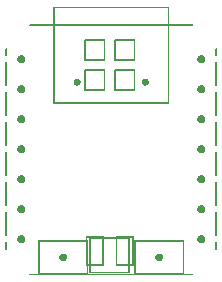
<source format=gbr>
G04 pcbflow Gerber RS-274X export*
G75*
%MOMM*%
%FSLAX34Y34*%
%LPD*%
%INBottom Documentation*%
%IPPOS*%
%AMOC8*
5,1,8,0,0,1.08239X$1,22.5*%
G01*
%ADD10C,0.010000*%
%TF.FileFunction,AssemblyDrawing,Bot*%G36*
X0050736Y0377485D02*
X0050830Y0377598D01*
X0050943Y0377692D01*
X0051073Y0377761D01*
X0051214Y0377804D01*
X0051360Y0377818D01*
X0077835Y0377818D01*
X0077835Y0376318D01*
X0052110Y0376318D01*
X0052110Y0350294D01*
X0077835Y0350294D01*
X0077835Y0348154D01*
X0043920Y0348154D01*
X0043774Y0348168D01*
X0043633Y0348211D01*
X0043503Y0348280D01*
X0043390Y0348374D01*
X0043296Y0348487D01*
X0043227Y0348617D01*
X0043184Y0348758D01*
X0043170Y0348904D01*
X0043184Y0349050D01*
X0043227Y0349191D01*
X0043296Y0349321D01*
X0043390Y0349434D01*
X0043503Y0349528D01*
X0043633Y0349597D01*
X0043774Y0349640D01*
X0043920Y0349654D01*
X0050610Y0349654D01*
X0050610Y0377068D01*
X0050624Y0377214D01*
X0050667Y0377355D01*
X0050736Y0377485D01*
G37*

G36*
X0077835Y0348154D02*
X0077835Y0350294D01*
X0086501Y0350294D01*
X0086501Y0348154D01*
X0077835Y0348154D01*
G37*

G36*
X0077835Y0376318D02*
X0077835Y0377818D01*
X0086501Y0377818D01*
X0086501Y0376318D01*
X0077835Y0376318D01*
G37*

G36*
X0090799Y0380779D02*
X0090806Y0380815D01*
X0090809Y0380851D01*
X0090820Y0380887D01*
X0090827Y0380923D01*
X0090834Y0380940D01*
X0090834Y0356340D01*
X0090827Y0356357D01*
X0090820Y0356393D01*
X0090809Y0356429D01*
X0090806Y0356465D01*
X0090799Y0356501D01*
X0090799Y0356538D01*
X0090795Y0356575D01*
X0090795Y0376318D01*
X0086501Y0376318D01*
X0086501Y0377818D01*
X0090795Y0377818D01*
X0090795Y0380705D01*
X0090799Y0380742D01*
X0090799Y0380779D01*
G37*

G36*
X0086501Y0348154D02*
X0086501Y0350294D01*
X0090834Y0350294D01*
X0090834Y0348154D01*
X0086501Y0348154D01*
G37*

G36*
X0090852Y0380992D02*
X0090869Y0381025D01*
X0090884Y0381059D01*
X0090904Y0381089D01*
X0090921Y0381122D01*
X0090945Y0381150D01*
X0090965Y0381181D01*
X0090991Y0381207D01*
X0091015Y0381235D01*
X0091043Y0381259D01*
X0091069Y0381285D01*
X0091100Y0381305D01*
X0091128Y0381329D01*
X0091161Y0381346D01*
X0091191Y0381366D01*
X0091225Y0381381D01*
X0091258Y0381398D01*
X0091293Y0381409D01*
X0091327Y0381423D01*
X0091363Y0381430D01*
X0091399Y0381441D01*
X0091435Y0381444D01*
X0091471Y0381451D01*
X0091508Y0381451D01*
X0091545Y0381455D01*
X0091581Y0381451D01*
X0093001Y0381452D01*
X0093001Y0379955D01*
X0092295Y0379955D01*
X0092295Y0377818D01*
X0092360Y0377818D01*
X0092506Y0377804D01*
X0092647Y0377761D01*
X0092777Y0377692D01*
X0092890Y0377598D01*
X0092984Y0377485D01*
X0093001Y0377452D01*
X0093001Y0348154D01*
X0090834Y0348154D01*
X0090834Y0350294D01*
X0091610Y0350294D01*
X0091610Y0355825D01*
X0091545Y0355825D01*
X0091399Y0355839D01*
X0091258Y0355882D01*
X0091128Y0355951D01*
X0091015Y0356045D01*
X0090921Y0356158D01*
X0090898Y0356202D01*
X0090884Y0356221D01*
X0090869Y0356255D01*
X0090852Y0356288D01*
X0090841Y0356323D01*
X0090834Y0356340D01*
X0090834Y0380940D01*
X0090841Y0380957D01*
X0090852Y0380992D01*
G37*

G36*
X0095168Y0381452D02*
X0095168Y0349806D01*
X0094750Y0349806D01*
X0094604Y0349820D01*
X0094463Y0349863D01*
X0094333Y0349932D01*
X0094220Y0350026D01*
X0094126Y0350139D01*
X0094057Y0350269D01*
X0094014Y0350410D01*
X0094000Y0350556D01*
X0094000Y0355826D01*
X0093110Y0355825D01*
X0093110Y0349654D01*
X0095168Y0349654D01*
X0095168Y0348154D01*
X0093001Y0348154D01*
X0093001Y0377452D01*
X0093053Y0377355D01*
X0093096Y0377214D01*
X0093110Y0377068D01*
X0093110Y0357322D01*
X0094000Y0357322D01*
X0094000Y0379556D01*
X0094014Y0379702D01*
X0094057Y0379843D01*
X0094117Y0379956D01*
X0093001Y0379955D01*
X0093001Y0381452D01*
X0095168Y0381452D01*
G37*

G36*
X0095500Y0355826D02*
X0095500Y0351306D01*
X0103834Y0351306D01*
X0103834Y0349806D01*
X0095168Y0349806D01*
X0095168Y0381452D01*
X0103834Y0381455D01*
X0103834Y0378806D01*
X0095500Y0378806D01*
X0095500Y0357322D01*
X0103834Y0357325D01*
X0103834Y0355828D01*
X0095500Y0355826D01*
G37*

G36*
X0105661Y0381441D02*
X0105802Y0381398D01*
X0105932Y0381329D01*
X0106045Y0381235D01*
X0106139Y0381122D01*
X0106162Y0381078D01*
X0106176Y0381059D01*
X0106191Y0381025D01*
X0106208Y0380992D01*
X0106219Y0380957D01*
X0106233Y0380923D01*
X0106240Y0380887D01*
X0106251Y0380851D01*
X0106254Y0380815D01*
X0106261Y0380779D01*
X0106261Y0380742D01*
X0106265Y0380705D01*
X0106265Y0380306D01*
X0112500Y0380306D01*
X0112500Y0378806D01*
X0106265Y0378806D01*
X0106265Y0356575D01*
X0106261Y0356538D01*
X0106261Y0356501D01*
X0106254Y0356465D01*
X0106251Y0356429D01*
X0106240Y0356393D01*
X0106233Y0356357D01*
X0106219Y0356323D01*
X0106208Y0356288D01*
X0106191Y0356255D01*
X0106176Y0356221D01*
X0106156Y0356191D01*
X0106139Y0356158D01*
X0106115Y0356130D01*
X0106095Y0356099D01*
X0106069Y0356073D01*
X0106045Y0356045D01*
X0106017Y0356021D01*
X0105991Y0355995D01*
X0105960Y0355975D01*
X0105932Y0355951D01*
X0105899Y0355934D01*
X0105869Y0355914D01*
X0105835Y0355899D01*
X0105802Y0355882D01*
X0105767Y0355871D01*
X0105733Y0355857D01*
X0105697Y0355850D01*
X0105661Y0355839D01*
X0105625Y0355836D01*
X0105589Y0355829D01*
X0105552Y0355829D01*
X0105515Y0355825D01*
X0105479Y0355829D01*
X0103834Y0355828D01*
X0103834Y0357325D01*
X0104765Y0357325D01*
X0104765Y0378806D01*
X0103834Y0378806D01*
X0103834Y0381455D01*
X0105515Y0381455D01*
X0105661Y0381441D01*
G37*

G36*
X0112500Y0351306D02*
X0112500Y0349806D01*
X0103834Y0349806D01*
X0103834Y0351306D01*
X0112500Y0351306D01*
G37*

G36*
X0112500Y0349654D02*
X0112500Y0348154D01*
X0095168Y0348154D01*
X0095168Y0349654D01*
X0112500Y0349654D01*
G37*

G36*
X0116195Y0380705D02*
X0116199Y0380742D01*
X0116199Y0380779D01*
X0116206Y0380815D01*
X0116209Y0380851D01*
X0116220Y0380887D01*
X0116227Y0380923D01*
X0116241Y0380957D01*
X0116252Y0380992D01*
X0116269Y0381025D01*
X0116284Y0381059D01*
X0116304Y0381089D01*
X0116321Y0381122D01*
X0116345Y0381150D01*
X0116365Y0381181D01*
X0116391Y0381207D01*
X0116415Y0381235D01*
X0116443Y0381259D01*
X0116469Y0381285D01*
X0116500Y0381305D01*
X0116528Y0381329D01*
X0116561Y0381346D01*
X0116591Y0381366D01*
X0116625Y0381381D01*
X0116658Y0381398D01*
X0116693Y0381409D01*
X0116727Y0381423D01*
X0116763Y0381430D01*
X0116799Y0381441D01*
X0116835Y0381444D01*
X0116871Y0381451D01*
X0116908Y0381451D01*
X0116945Y0381455D01*
X0116981Y0381451D01*
X0122082Y0381453D01*
X0122082Y0378806D01*
X0117695Y0378806D01*
X0117695Y0357322D01*
X0122082Y0357323D01*
X0122082Y0355826D01*
X0116945Y0355825D01*
X0116799Y0355839D01*
X0116658Y0355882D01*
X0116528Y0355951D01*
X0116415Y0356045D01*
X0116321Y0356158D01*
X0116298Y0356202D01*
X0116284Y0356221D01*
X0116269Y0356255D01*
X0116252Y0356288D01*
X0116241Y0356323D01*
X0116227Y0356357D01*
X0116220Y0356393D01*
X0116209Y0356429D01*
X0116206Y0356465D01*
X0116199Y0356501D01*
X0116199Y0356538D01*
X0116195Y0356575D01*
X0116195Y0378806D01*
X0112500Y0378806D01*
X0112500Y0380306D01*
X0116195Y0380306D01*
X0116195Y0380705D01*
G37*

G36*
X0112500Y0349806D02*
X0112500Y0351306D01*
X0122082Y0351306D01*
X0122082Y0349806D01*
X0112500Y0349806D01*
G37*

G36*
X0122082Y0349806D02*
X0122082Y0351306D01*
X0126750Y0351306D01*
X0126750Y0355828D01*
X0122082Y0355826D01*
X0122082Y0357323D01*
X0126750Y0357324D01*
X0126750Y0378806D01*
X0122082Y0378806D01*
X0122082Y0381453D01*
X0126874Y0381454D01*
X0126874Y0349806D01*
X0122082Y0349806D01*
G37*

G36*
X0128250Y0355828D02*
X0128250Y0350556D01*
X0128236Y0350410D01*
X0128193Y0350269D01*
X0128124Y0350139D01*
X0128030Y0350026D01*
X0127917Y0349932D01*
X0127787Y0349863D01*
X0127646Y0349820D01*
X0127500Y0349806D01*
X0126874Y0349806D01*
X0126874Y0381454D01*
X0129269Y0381455D01*
X0129269Y0379958D01*
X0128132Y0379958D01*
X0128193Y0379843D01*
X0128236Y0379702D01*
X0128250Y0379556D01*
X0128250Y0357324D01*
X0129269Y0357325D01*
X0129269Y0355828D01*
X0128250Y0355828D01*
G37*

G36*
X0131202Y0381398D02*
X0131332Y0381329D01*
X0131445Y0381235D01*
X0131539Y0381122D01*
X0131562Y0381078D01*
X0131576Y0381059D01*
X0131591Y0381025D01*
X0131608Y0380992D01*
X0131619Y0380957D01*
X0131633Y0380923D01*
X0131640Y0380887D01*
X0131651Y0380851D01*
X0131654Y0380815D01*
X0131661Y0380779D01*
X0131661Y0380742D01*
X0131665Y0380705D01*
X0131665Y0356575D01*
X0131661Y0356538D01*
X0131661Y0356501D01*
X0131654Y0356465D01*
X0131651Y0356429D01*
X0131640Y0356393D01*
X0131633Y0356357D01*
X0131619Y0356323D01*
X0131608Y0356288D01*
X0131591Y0356255D01*
X0131576Y0356221D01*
X0131556Y0356191D01*
X0131539Y0356158D01*
X0131515Y0356130D01*
X0131495Y0356099D01*
X0131469Y0356073D01*
X0131445Y0356045D01*
X0131417Y0356021D01*
X0131391Y0355995D01*
X0131360Y0355975D01*
X0131332Y0355951D01*
X0131299Y0355934D01*
X0131269Y0355914D01*
X0131235Y0355899D01*
X0131202Y0355882D01*
X0131167Y0355871D01*
X0131133Y0355857D01*
X0131097Y0355850D01*
X0131061Y0355839D01*
X0131025Y0355836D01*
X0130989Y0355829D01*
X0130952Y0355829D01*
X0130915Y0355825D01*
X0130879Y0355829D01*
X0129269Y0355828D01*
X0129269Y0357325D01*
X0130165Y0357325D01*
X0130165Y0379958D01*
X0129269Y0379958D01*
X0129269Y0381455D01*
X0130915Y0381455D01*
X0131061Y0381441D01*
X0131202Y0381398D01*
G37*

G36*
X0131890Y0377068D02*
X0131904Y0377214D01*
X0131947Y0377355D01*
X0132016Y0377485D01*
X0132110Y0377598D01*
X0132223Y0377692D01*
X0132353Y0377761D01*
X0132494Y0377804D01*
X0132640Y0377818D01*
X0147165Y0377818D01*
X0147165Y0376318D01*
X0133390Y0376318D01*
X0133390Y0350294D01*
X0147165Y0350294D01*
X0147165Y0348154D01*
X0112500Y0348154D01*
X0112500Y0349654D01*
X0131890Y0349654D01*
X0131890Y0377068D01*
G37*

G36*
X0173640Y0377818D02*
X0173786Y0377804D01*
X0173927Y0377761D01*
X0174057Y0377692D01*
X0174170Y0377598D01*
X0174264Y0377485D01*
X0174333Y0377355D01*
X0174376Y0377214D01*
X0174390Y0377068D01*
X0174390Y0349654D01*
X0181080Y0349654D01*
X0181226Y0349640D01*
X0181367Y0349597D01*
X0181497Y0349528D01*
X0181610Y0349434D01*
X0181704Y0349321D01*
X0181773Y0349191D01*
X0181816Y0349050D01*
X0181830Y0348904D01*
X0181816Y0348758D01*
X0181773Y0348617D01*
X0181704Y0348487D01*
X0181610Y0348374D01*
X0181497Y0348280D01*
X0181367Y0348211D01*
X0181226Y0348168D01*
X0181080Y0348154D01*
X0147165Y0348154D01*
X0147165Y0350294D01*
X0172890Y0350294D01*
X0172890Y0376318D01*
X0147165Y0376318D01*
X0147165Y0377818D01*
X0173640Y0377818D01*
G37*

G36*
X0074602Y0361563D02*
X0074418Y0361302D01*
X0074209Y0361061D01*
X0073978Y0360842D01*
X0073726Y0360646D01*
X0073456Y0360476D01*
X0073171Y0360333D01*
X0072873Y0360219D01*
X0072566Y0360135D01*
X0072252Y0360081D01*
X0071934Y0360058D01*
X0071615Y0360066D01*
X0071298Y0360106D01*
X0070988Y0360176D01*
X0070685Y0360277D01*
X0070394Y0360407D01*
X0070117Y0360564D01*
X0069856Y0360748D01*
X0069615Y0360957D01*
X0069396Y0361188D01*
X0069200Y0361440D01*
X0069030Y0361710D01*
X0068887Y0361995D01*
X0068773Y0362293D01*
X0068689Y0362600D01*
X0068635Y0362914D01*
X0068612Y0363232D01*
X0068620Y0363551D01*
X0068660Y0363868D01*
X0068730Y0364178D01*
X0068831Y0364481D01*
X0068961Y0364772D01*
X0069118Y0365049D01*
X0069302Y0365310D01*
X0069511Y0365551D01*
X0069742Y0365770D01*
X0069994Y0365966D01*
X0070264Y0366136D01*
X0070549Y0366279D01*
X0070847Y0366393D01*
X0071154Y0366477D01*
X0071468Y0366531D01*
X0071786Y0366554D01*
X0072105Y0366546D01*
X0072422Y0366506D01*
X0072732Y0366436D01*
X0073035Y0366335D01*
X0073326Y0366205D01*
X0073603Y0366048D01*
X0073864Y0365864D01*
X0074105Y0365655D01*
X0074324Y0365424D01*
X0074520Y0365172D01*
X0074690Y0364902D01*
X0074833Y0364617D01*
X0074947Y0364319D01*
X0075031Y0364012D01*
X0075085Y0363698D01*
X0075108Y0363380D01*
X0075100Y0363061D01*
X0075060Y0362744D01*
X0074990Y0362434D01*
X0074889Y0362131D01*
X0074759Y0361840D01*
X0074602Y0361563D01*
G37*

G36*
X0023887Y0369547D02*
X0023746Y0369504D01*
X0023600Y0369490D01*
X0023454Y0369504D01*
X0023313Y0369547D01*
X0023183Y0369616D01*
X0023070Y0369710D01*
X0022939Y0369886D01*
X0022882Y0370022D01*
X0022854Y0370166D01*
X0022854Y0375724D01*
X0022882Y0375868D01*
X0022939Y0376004D01*
X0023070Y0376180D01*
X0023246Y0376311D01*
X0023382Y0376368D01*
X0023526Y0376396D01*
X0023674Y0376396D01*
X0023818Y0376368D01*
X0023954Y0376311D01*
X0024076Y0376230D01*
X0024180Y0376126D01*
X0024261Y0376004D01*
X0024318Y0375868D01*
X0024346Y0375724D01*
X0024350Y0370240D01*
X0024336Y0370094D01*
X0024293Y0369953D01*
X0024224Y0369823D01*
X0024130Y0369710D01*
X0024017Y0369616D01*
X0023887Y0369547D01*
G37*

G36*
X0039012Y0376669D02*
X0038790Y0376414D01*
X0038544Y0376181D01*
X0038277Y0375974D01*
X0037990Y0375794D01*
X0037688Y0375642D01*
X0037371Y0375522D01*
X0037045Y0375432D01*
X0036711Y0375376D01*
X0036374Y0375352D01*
X0036035Y0375361D01*
X0035699Y0375404D01*
X0035369Y0375479D01*
X0035048Y0375586D01*
X0034739Y0375724D01*
X0034445Y0375892D01*
X0034169Y0376088D01*
X0033914Y0376310D01*
X0033681Y0376556D01*
X0033474Y0376823D01*
X0033294Y0377110D01*
X0033142Y0377412D01*
X0033022Y0377729D01*
X0032932Y0378055D01*
X0032876Y0378389D01*
X0032852Y0378726D01*
X0032861Y0379065D01*
X0032904Y0379401D01*
X0032979Y0379731D01*
X0033086Y0380052D01*
X0033224Y0380361D01*
X0033392Y0380655D01*
X0033588Y0380931D01*
X0033810Y0381186D01*
X0034056Y0381419D01*
X0034323Y0381626D01*
X0034610Y0381806D01*
X0034912Y0381958D01*
X0035229Y0382078D01*
X0035555Y0382168D01*
X0035889Y0382224D01*
X0036226Y0382248D01*
X0036565Y0382239D01*
X0036901Y0382196D01*
X0037231Y0382121D01*
X0037552Y0382014D01*
X0037861Y0381876D01*
X0038155Y0381708D01*
X0038431Y0381512D01*
X0038686Y0381290D01*
X0038919Y0381044D01*
X0039126Y0380777D01*
X0039306Y0380490D01*
X0039458Y0380188D01*
X0039578Y0379871D01*
X0039668Y0379545D01*
X0039724Y0379211D01*
X0039748Y0378874D01*
X0039739Y0378535D01*
X0039696Y0378199D01*
X0039621Y0377869D01*
X0039514Y0377548D01*
X0039376Y0377239D01*
X0039208Y0376945D01*
X0039012Y0376669D01*
G37*

G36*
X0023887Y0381257D02*
X0023746Y0381214D01*
X0023600Y0381200D01*
X0023454Y0381214D01*
X0023313Y0381257D01*
X0023183Y0381326D01*
X0023070Y0381420D01*
X0022976Y0381533D01*
X0022907Y0381663D01*
X0022864Y0381804D01*
X0022850Y0381950D01*
X0022850Y0401050D01*
X0022864Y0401196D01*
X0022907Y0401337D01*
X0022976Y0401467D01*
X0023070Y0401580D01*
X0023183Y0401674D01*
X0023313Y0401743D01*
X0023454Y0401786D01*
X0023600Y0401800D01*
X0023746Y0401786D01*
X0023887Y0401743D01*
X0024017Y0401674D01*
X0024130Y0401580D01*
X0024224Y0401467D01*
X0024293Y0401337D01*
X0024336Y0401196D01*
X0024350Y0401050D01*
X0024350Y0381950D01*
X0024336Y0381804D01*
X0024293Y0381663D01*
X0024224Y0381533D01*
X0024130Y0381420D01*
X0024017Y0381326D01*
X0023887Y0381257D01*
G37*

G36*
X0039208Y0402345D02*
X0039012Y0402069D01*
X0038790Y0401814D01*
X0038544Y0401581D01*
X0038277Y0401374D01*
X0037990Y0401194D01*
X0037688Y0401042D01*
X0037371Y0400922D01*
X0037045Y0400832D01*
X0036711Y0400776D01*
X0036374Y0400752D01*
X0036035Y0400761D01*
X0035699Y0400804D01*
X0035369Y0400879D01*
X0035048Y0400986D01*
X0034739Y0401124D01*
X0034445Y0401292D01*
X0034169Y0401488D01*
X0033914Y0401710D01*
X0033681Y0401956D01*
X0033474Y0402223D01*
X0033294Y0402510D01*
X0033142Y0402812D01*
X0033022Y0403129D01*
X0032932Y0403455D01*
X0032876Y0403789D01*
X0032852Y0404126D01*
X0032861Y0404465D01*
X0032904Y0404801D01*
X0032979Y0405131D01*
X0033086Y0405452D01*
X0033224Y0405761D01*
X0033392Y0406055D01*
X0033588Y0406331D01*
X0033810Y0406586D01*
X0034056Y0406819D01*
X0034323Y0407026D01*
X0034610Y0407206D01*
X0034912Y0407358D01*
X0035229Y0407478D01*
X0035555Y0407568D01*
X0035889Y0407624D01*
X0036226Y0407648D01*
X0036565Y0407639D01*
X0036901Y0407596D01*
X0037231Y0407521D01*
X0037552Y0407414D01*
X0037861Y0407276D01*
X0038155Y0407108D01*
X0038431Y0406912D01*
X0038686Y0406690D01*
X0038919Y0406444D01*
X0039126Y0406177D01*
X0039306Y0405890D01*
X0039458Y0405588D01*
X0039578Y0405271D01*
X0039668Y0404945D01*
X0039724Y0404611D01*
X0039748Y0404274D01*
X0039739Y0403935D01*
X0039696Y0403599D01*
X0039621Y0403269D01*
X0039514Y0402948D01*
X0039376Y0402639D01*
X0039208Y0402345D01*
G37*

G36*
X0023887Y0406657D02*
X0023746Y0406614D01*
X0023600Y0406600D01*
X0023454Y0406614D01*
X0023313Y0406657D01*
X0023183Y0406726D01*
X0023070Y0406820D01*
X0022976Y0406933D01*
X0022907Y0407063D01*
X0022864Y0407204D01*
X0022850Y0407350D01*
X0022850Y0426450D01*
X0022864Y0426596D01*
X0022907Y0426737D01*
X0022976Y0426867D01*
X0023070Y0426980D01*
X0023183Y0427074D01*
X0023313Y0427143D01*
X0023454Y0427186D01*
X0023600Y0427200D01*
X0023746Y0427186D01*
X0023887Y0427143D01*
X0024017Y0427074D01*
X0024130Y0426980D01*
X0024224Y0426867D01*
X0024293Y0426737D01*
X0024336Y0426596D01*
X0024350Y0426450D01*
X0024350Y0407350D01*
X0024336Y0407204D01*
X0024293Y0407063D01*
X0024224Y0406933D01*
X0024130Y0406820D01*
X0024017Y0406726D01*
X0023887Y0406657D01*
G37*

G36*
X0039012Y0427469D02*
X0038790Y0427214D01*
X0038544Y0426981D01*
X0038277Y0426774D01*
X0037990Y0426594D01*
X0037688Y0426442D01*
X0037371Y0426322D01*
X0037045Y0426232D01*
X0036711Y0426176D01*
X0036374Y0426152D01*
X0036035Y0426161D01*
X0035699Y0426204D01*
X0035369Y0426279D01*
X0035048Y0426386D01*
X0034739Y0426524D01*
X0034445Y0426692D01*
X0034169Y0426888D01*
X0033914Y0427110D01*
X0033681Y0427356D01*
X0033474Y0427623D01*
X0033294Y0427910D01*
X0033142Y0428212D01*
X0033022Y0428529D01*
X0032932Y0428855D01*
X0032876Y0429189D01*
X0032852Y0429526D01*
X0032861Y0429865D01*
X0032904Y0430201D01*
X0032979Y0430531D01*
X0033086Y0430852D01*
X0033224Y0431161D01*
X0033392Y0431455D01*
X0033588Y0431731D01*
X0033810Y0431986D01*
X0034056Y0432219D01*
X0034323Y0432426D01*
X0034610Y0432606D01*
X0034912Y0432758D01*
X0035229Y0432878D01*
X0035555Y0432968D01*
X0035889Y0433024D01*
X0036226Y0433048D01*
X0036565Y0433039D01*
X0036901Y0432996D01*
X0037231Y0432921D01*
X0037552Y0432814D01*
X0037861Y0432676D01*
X0038155Y0432508D01*
X0038431Y0432312D01*
X0038686Y0432090D01*
X0038919Y0431844D01*
X0039126Y0431577D01*
X0039306Y0431290D01*
X0039458Y0430988D01*
X0039578Y0430671D01*
X0039668Y0430345D01*
X0039724Y0430011D01*
X0039748Y0429674D01*
X0039739Y0429335D01*
X0039696Y0428999D01*
X0039621Y0428669D01*
X0039514Y0428348D01*
X0039376Y0428039D01*
X0039208Y0427745D01*
X0039012Y0427469D01*
G37*

G36*
X0023746Y0432014D02*
X0023600Y0432000D01*
X0023454Y0432014D01*
X0023313Y0432057D01*
X0023183Y0432126D01*
X0023070Y0432220D01*
X0022976Y0432333D01*
X0022907Y0432463D01*
X0022864Y0432604D01*
X0022850Y0432750D01*
X0022850Y0451850D01*
X0022864Y0451996D01*
X0022907Y0452137D01*
X0022976Y0452267D01*
X0023070Y0452380D01*
X0023183Y0452474D01*
X0023313Y0452543D01*
X0023454Y0452586D01*
X0023600Y0452600D01*
X0023746Y0452586D01*
X0023887Y0452543D01*
X0024017Y0452474D01*
X0024130Y0452380D01*
X0024224Y0452267D01*
X0024293Y0452137D01*
X0024336Y0451996D01*
X0024350Y0451850D01*
X0024350Y0432750D01*
X0024336Y0432604D01*
X0024293Y0432463D01*
X0024224Y0432333D01*
X0024130Y0432220D01*
X0024017Y0432126D01*
X0023887Y0432057D01*
X0023746Y0432014D01*
G37*

G36*
X0039208Y0453145D02*
X0039012Y0452869D01*
X0038790Y0452614D01*
X0038544Y0452381D01*
X0038277Y0452174D01*
X0037990Y0451994D01*
X0037688Y0451842D01*
X0037371Y0451722D01*
X0037045Y0451632D01*
X0036711Y0451576D01*
X0036374Y0451552D01*
X0036035Y0451561D01*
X0035699Y0451604D01*
X0035369Y0451679D01*
X0035048Y0451786D01*
X0034739Y0451924D01*
X0034445Y0452092D01*
X0034169Y0452288D01*
X0033914Y0452510D01*
X0033681Y0452756D01*
X0033474Y0453023D01*
X0033294Y0453310D01*
X0033142Y0453612D01*
X0033022Y0453929D01*
X0032932Y0454255D01*
X0032876Y0454589D01*
X0032852Y0454926D01*
X0032861Y0455265D01*
X0032904Y0455601D01*
X0032979Y0455931D01*
X0033086Y0456252D01*
X0033224Y0456561D01*
X0033392Y0456855D01*
X0033588Y0457131D01*
X0033810Y0457386D01*
X0034056Y0457619D01*
X0034323Y0457826D01*
X0034610Y0458006D01*
X0034912Y0458158D01*
X0035229Y0458278D01*
X0035555Y0458368D01*
X0035889Y0458424D01*
X0036226Y0458448D01*
X0036565Y0458439D01*
X0036901Y0458396D01*
X0037231Y0458321D01*
X0037552Y0458214D01*
X0037861Y0458076D01*
X0038155Y0457908D01*
X0038431Y0457712D01*
X0038686Y0457490D01*
X0038919Y0457244D01*
X0039126Y0456977D01*
X0039306Y0456690D01*
X0039458Y0456388D01*
X0039578Y0456071D01*
X0039668Y0455745D01*
X0039724Y0455411D01*
X0039748Y0455074D01*
X0039739Y0454735D01*
X0039696Y0454399D01*
X0039621Y0454069D01*
X0039514Y0453748D01*
X0039376Y0453439D01*
X0039208Y0453145D01*
G37*

G36*
X0023887Y0457457D02*
X0023746Y0457414D01*
X0023600Y0457400D01*
X0023454Y0457414D01*
X0023313Y0457457D01*
X0023183Y0457526D01*
X0023070Y0457620D01*
X0022976Y0457733D01*
X0022907Y0457863D01*
X0022864Y0458004D01*
X0022850Y0458150D01*
X0022850Y0477250D01*
X0022864Y0477396D01*
X0022907Y0477537D01*
X0022976Y0477667D01*
X0023070Y0477780D01*
X0023183Y0477874D01*
X0023313Y0477943D01*
X0023454Y0477986D01*
X0023600Y0478000D01*
X0023746Y0477986D01*
X0023887Y0477943D01*
X0024017Y0477874D01*
X0024130Y0477780D01*
X0024224Y0477667D01*
X0024293Y0477537D01*
X0024336Y0477396D01*
X0024350Y0477250D01*
X0024350Y0458150D01*
X0024336Y0458004D01*
X0024293Y0457863D01*
X0024224Y0457733D01*
X0024130Y0457620D01*
X0024017Y0457526D01*
X0023887Y0457457D01*
G37*

G36*
X0039208Y0478545D02*
X0039012Y0478269D01*
X0038790Y0478014D01*
X0038544Y0477781D01*
X0038277Y0477574D01*
X0037990Y0477394D01*
X0037688Y0477242D01*
X0037371Y0477122D01*
X0037045Y0477032D01*
X0036711Y0476976D01*
X0036374Y0476952D01*
X0036035Y0476961D01*
X0035699Y0477004D01*
X0035369Y0477079D01*
X0035048Y0477186D01*
X0034739Y0477324D01*
X0034445Y0477492D01*
X0034169Y0477688D01*
X0033914Y0477910D01*
X0033681Y0478156D01*
X0033474Y0478423D01*
X0033294Y0478710D01*
X0033142Y0479012D01*
X0033022Y0479329D01*
X0032932Y0479655D01*
X0032876Y0479989D01*
X0032852Y0480326D01*
X0032861Y0480665D01*
X0032904Y0481001D01*
X0032979Y0481331D01*
X0033086Y0481652D01*
X0033224Y0481961D01*
X0033392Y0482255D01*
X0033588Y0482531D01*
X0033810Y0482786D01*
X0034056Y0483019D01*
X0034323Y0483226D01*
X0034610Y0483406D01*
X0034912Y0483558D01*
X0035229Y0483678D01*
X0035555Y0483768D01*
X0035889Y0483824D01*
X0036226Y0483848D01*
X0036565Y0483839D01*
X0036901Y0483796D01*
X0037231Y0483721D01*
X0037552Y0483614D01*
X0037861Y0483476D01*
X0038155Y0483308D01*
X0038431Y0483112D01*
X0038686Y0482890D01*
X0038919Y0482644D01*
X0039126Y0482377D01*
X0039306Y0482090D01*
X0039458Y0481788D01*
X0039578Y0481471D01*
X0039668Y0481145D01*
X0039724Y0480811D01*
X0039748Y0480474D01*
X0039739Y0480135D01*
X0039696Y0479799D01*
X0039621Y0479469D01*
X0039514Y0479148D01*
X0039376Y0478839D01*
X0039208Y0478545D01*
G37*

G36*
X0023746Y0482814D02*
X0023600Y0482800D01*
X0023454Y0482814D01*
X0023313Y0482857D01*
X0023183Y0482926D01*
X0023070Y0483020D01*
X0022976Y0483133D01*
X0022907Y0483263D01*
X0022864Y0483404D01*
X0022850Y0483550D01*
X0022850Y0502650D01*
X0022864Y0502796D01*
X0022907Y0502937D01*
X0022976Y0503067D01*
X0023070Y0503180D01*
X0023183Y0503274D01*
X0023313Y0503343D01*
X0023454Y0503386D01*
X0023600Y0503400D01*
X0023746Y0503386D01*
X0023887Y0503343D01*
X0024017Y0503274D01*
X0024130Y0503180D01*
X0024224Y0503067D01*
X0024293Y0502937D01*
X0024336Y0502796D01*
X0024350Y0502650D01*
X0024350Y0483550D01*
X0024336Y0483404D01*
X0024293Y0483263D01*
X0024224Y0483133D01*
X0024130Y0483020D01*
X0024017Y0482926D01*
X0023887Y0482857D01*
X0023746Y0482814D01*
G37*

G36*
X0039012Y0503669D02*
X0038790Y0503414D01*
X0038544Y0503181D01*
X0038277Y0502974D01*
X0037990Y0502794D01*
X0037688Y0502642D01*
X0037371Y0502522D01*
X0037045Y0502432D01*
X0036711Y0502376D01*
X0036374Y0502352D01*
X0036035Y0502361D01*
X0035699Y0502404D01*
X0035369Y0502479D01*
X0035048Y0502586D01*
X0034739Y0502724D01*
X0034445Y0502892D01*
X0034169Y0503088D01*
X0033914Y0503310D01*
X0033681Y0503556D01*
X0033474Y0503823D01*
X0033294Y0504110D01*
X0033142Y0504412D01*
X0033022Y0504729D01*
X0032932Y0505055D01*
X0032876Y0505389D01*
X0032852Y0505726D01*
X0032861Y0506065D01*
X0032904Y0506401D01*
X0032979Y0506731D01*
X0033086Y0507052D01*
X0033224Y0507361D01*
X0033392Y0507655D01*
X0033588Y0507931D01*
X0033810Y0508186D01*
X0034056Y0508419D01*
X0034323Y0508626D01*
X0034610Y0508806D01*
X0034912Y0508958D01*
X0035229Y0509078D01*
X0035555Y0509168D01*
X0035889Y0509224D01*
X0036226Y0509248D01*
X0036565Y0509239D01*
X0036901Y0509196D01*
X0037231Y0509121D01*
X0037552Y0509014D01*
X0037861Y0508876D01*
X0038155Y0508708D01*
X0038431Y0508512D01*
X0038686Y0508290D01*
X0038919Y0508044D01*
X0039126Y0507777D01*
X0039306Y0507490D01*
X0039458Y0507188D01*
X0039578Y0506871D01*
X0039668Y0506545D01*
X0039724Y0506211D01*
X0039748Y0505874D01*
X0039739Y0505535D01*
X0039696Y0505199D01*
X0039621Y0504869D01*
X0039514Y0504548D01*
X0039376Y0504239D01*
X0039208Y0503945D01*
X0039012Y0503669D01*
G37*

G36*
X0086134Y0510115D02*
X0085964Y0509875D01*
X0085772Y0509652D01*
X0085559Y0509449D01*
X0085327Y0509268D01*
X0085078Y0509111D01*
X0084815Y0508978D01*
X0084541Y0508872D01*
X0084257Y0508794D01*
X0083967Y0508743D01*
X0083674Y0508722D01*
X0083379Y0508729D01*
X0083087Y0508765D01*
X0082800Y0508830D01*
X0082521Y0508922D01*
X0082252Y0509041D01*
X0081995Y0509186D01*
X0081755Y0509356D01*
X0081532Y0509548D01*
X0081329Y0509761D01*
X0081148Y0509993D01*
X0080991Y0510242D01*
X0080858Y0510505D01*
X0080752Y0510779D01*
X0080674Y0511063D01*
X0080623Y0511353D01*
X0080602Y0511646D01*
X0080609Y0511941D01*
X0080645Y0512233D01*
X0080710Y0512520D01*
X0080802Y0512799D01*
X0080921Y0513068D01*
X0081066Y0513325D01*
X0081236Y0513565D01*
X0081428Y0513788D01*
X0081641Y0513991D01*
X0081873Y0514172D01*
X0082122Y0514329D01*
X0082385Y0514462D01*
X0082659Y0514568D01*
X0082943Y0514646D01*
X0083233Y0514697D01*
X0083526Y0514718D01*
X0083821Y0514711D01*
X0084113Y0514675D01*
X0084400Y0514610D01*
X0084679Y0514518D01*
X0084948Y0514399D01*
X0085205Y0514254D01*
X0085445Y0514084D01*
X0085668Y0513892D01*
X0085871Y0513679D01*
X0086052Y0513447D01*
X0086209Y0513198D01*
X0086342Y0512935D01*
X0086448Y0512661D01*
X0086526Y0512377D01*
X0086577Y0512087D01*
X0086598Y0511794D01*
X0086591Y0511499D01*
X0086555Y0511207D01*
X0086490Y0510920D01*
X0086398Y0510641D01*
X0086279Y0510372D01*
X0086134Y0510115D01*
G37*

G36*
X0090129Y0522411D02*
X0090275Y0522425D01*
X0098530Y0522425D01*
X0098530Y0520925D01*
X0091025Y0520925D01*
X0091025Y0505915D01*
X0098530Y0505915D01*
X0098530Y0504415D01*
X0090275Y0504415D01*
X0090129Y0504429D01*
X0089988Y0504472D01*
X0089858Y0504541D01*
X0089745Y0504635D01*
X0089651Y0504748D01*
X0089582Y0504878D01*
X0089539Y0505019D01*
X0089525Y0505165D01*
X0089525Y0521675D01*
X0089539Y0521821D01*
X0089582Y0521962D01*
X0089651Y0522092D01*
X0089745Y0522205D01*
X0089858Y0522299D01*
X0089988Y0522368D01*
X0090129Y0522411D01*
G37*

G36*
X0106785Y0522425D02*
X0106931Y0522411D01*
X0107072Y0522368D01*
X0107202Y0522299D01*
X0107315Y0522205D01*
X0107409Y0522092D01*
X0107478Y0521962D01*
X0107521Y0521821D01*
X0107535Y0521675D01*
X0107535Y0505165D01*
X0107521Y0505019D01*
X0107478Y0504878D01*
X0107409Y0504748D01*
X0107315Y0504635D01*
X0107202Y0504541D01*
X0107072Y0504472D01*
X0106931Y0504429D01*
X0106785Y0504415D01*
X0098530Y0504415D01*
X0098530Y0505915D01*
X0106035Y0505915D01*
X0106035Y0520925D01*
X0098530Y0520925D01*
X0098530Y0522425D01*
X0106785Y0522425D01*
G37*

G36*
X0023887Y0508257D02*
X0023746Y0508214D01*
X0023600Y0508200D01*
X0023454Y0508214D01*
X0023313Y0508257D01*
X0023183Y0508326D01*
X0023070Y0508420D01*
X0022976Y0508533D01*
X0022907Y0508663D01*
X0022864Y0508804D01*
X0022850Y0508950D01*
X0022850Y0528050D01*
X0022864Y0528196D01*
X0022907Y0528337D01*
X0022976Y0528467D01*
X0023070Y0528580D01*
X0023183Y0528674D01*
X0023313Y0528743D01*
X0023454Y0528786D01*
X0023600Y0528800D01*
X0023746Y0528786D01*
X0023887Y0528743D01*
X0024017Y0528674D01*
X0024130Y0528580D01*
X0024224Y0528467D01*
X0024293Y0528337D01*
X0024336Y0528196D01*
X0024350Y0528050D01*
X0024350Y0508950D01*
X0024336Y0508804D01*
X0024293Y0508663D01*
X0024224Y0508533D01*
X0024130Y0508420D01*
X0024017Y0508326D01*
X0023887Y0508257D01*
G37*

G36*
X0039208Y0529345D02*
X0039012Y0529069D01*
X0038790Y0528814D01*
X0038544Y0528581D01*
X0038277Y0528374D01*
X0037990Y0528194D01*
X0037688Y0528042D01*
X0037371Y0527922D01*
X0037045Y0527832D01*
X0036711Y0527776D01*
X0036374Y0527752D01*
X0036035Y0527761D01*
X0035699Y0527804D01*
X0035369Y0527879D01*
X0035048Y0527986D01*
X0034739Y0528124D01*
X0034445Y0528292D01*
X0034169Y0528488D01*
X0033914Y0528710D01*
X0033681Y0528956D01*
X0033474Y0529223D01*
X0033294Y0529510D01*
X0033142Y0529812D01*
X0033022Y0530129D01*
X0032932Y0530455D01*
X0032876Y0530789D01*
X0032852Y0531126D01*
X0032861Y0531465D01*
X0032904Y0531801D01*
X0032979Y0532131D01*
X0033086Y0532452D01*
X0033224Y0532761D01*
X0033392Y0533055D01*
X0033588Y0533331D01*
X0033810Y0533586D01*
X0034056Y0533819D01*
X0034323Y0534026D01*
X0034610Y0534206D01*
X0034912Y0534358D01*
X0035229Y0534478D01*
X0035555Y0534568D01*
X0035889Y0534624D01*
X0036226Y0534648D01*
X0036565Y0534639D01*
X0036901Y0534596D01*
X0037231Y0534521D01*
X0037552Y0534414D01*
X0037861Y0534276D01*
X0038155Y0534108D01*
X0038431Y0533912D01*
X0038686Y0533690D01*
X0038919Y0533444D01*
X0039126Y0533177D01*
X0039306Y0532890D01*
X0039458Y0532588D01*
X0039578Y0532271D01*
X0039668Y0531945D01*
X0039724Y0531611D01*
X0039748Y0531274D01*
X0039739Y0530935D01*
X0039696Y0530599D01*
X0039621Y0530269D01*
X0039514Y0529948D01*
X0039376Y0529639D01*
X0039208Y0529345D01*
G37*

G36*
X0063776Y0575591D02*
X0063922Y0575605D01*
X0112500Y0575605D01*
X0112500Y0574105D01*
X0064672Y0574105D01*
X0064672Y0560670D01*
X0112500Y0560670D01*
X0112500Y0559170D01*
X0064672Y0559170D01*
X0064672Y0494970D01*
X0112500Y0494970D01*
X0112500Y0493470D01*
X0063922Y0493470D01*
X0063776Y0493484D01*
X0063635Y0493527D01*
X0063506Y0493596D01*
X0063392Y0493690D01*
X0063299Y0493803D01*
X0063230Y0493933D01*
X0063187Y0494074D01*
X0063172Y0494220D01*
X0063172Y0559170D01*
X0043920Y0559170D01*
X0043774Y0559184D01*
X0043633Y0559227D01*
X0043503Y0559296D01*
X0043390Y0559390D01*
X0043296Y0559503D01*
X0043227Y0559633D01*
X0043184Y0559774D01*
X0043170Y0559920D01*
X0043184Y0560066D01*
X0043227Y0560207D01*
X0043296Y0560337D01*
X0043390Y0560450D01*
X0043503Y0560544D01*
X0043633Y0560613D01*
X0043774Y0560656D01*
X0043920Y0560670D01*
X0063172Y0560670D01*
X0063172Y0574855D01*
X0063187Y0575001D01*
X0063230Y0575142D01*
X0063299Y0575272D01*
X0063392Y0575385D01*
X0063506Y0575479D01*
X0063635Y0575548D01*
X0063776Y0575591D01*
G37*

G36*
X0161078Y0575605D02*
X0161224Y0575591D01*
X0161365Y0575548D01*
X0161494Y0575479D01*
X0161608Y0575385D01*
X0161701Y0575272D01*
X0161770Y0575142D01*
X0161813Y0575001D01*
X0161828Y0574855D01*
X0161828Y0560670D01*
X0181080Y0560670D01*
X0181226Y0560656D01*
X0181367Y0560613D01*
X0181497Y0560544D01*
X0181610Y0560450D01*
X0181704Y0560337D01*
X0181773Y0560207D01*
X0181816Y0560066D01*
X0181830Y0559920D01*
X0181816Y0559774D01*
X0181773Y0559633D01*
X0181704Y0559503D01*
X0181610Y0559390D01*
X0181497Y0559296D01*
X0181367Y0559227D01*
X0181226Y0559184D01*
X0181080Y0559170D01*
X0161828Y0559170D01*
X0161828Y0494220D01*
X0161813Y0494074D01*
X0161770Y0493933D01*
X0161701Y0493803D01*
X0161608Y0493690D01*
X0161494Y0493596D01*
X0161365Y0493527D01*
X0161224Y0493484D01*
X0161078Y0493470D01*
X0112500Y0493470D01*
X0112500Y0494970D01*
X0160328Y0494970D01*
X0160328Y0559170D01*
X0112500Y0559170D01*
X0112500Y0560670D01*
X0160328Y0560670D01*
X0160328Y0574105D01*
X0112500Y0574105D01*
X0112500Y0575605D01*
X0161078Y0575605D01*
G37*

G36*
X0023818Y0533632D02*
X0023674Y0533604D01*
X0023526Y0533604D01*
X0023382Y0533632D01*
X0023246Y0533689D01*
X0023124Y0533770D01*
X0023020Y0533874D01*
X0022939Y0533996D01*
X0022882Y0534132D01*
X0022854Y0534276D01*
X0022854Y0539674D01*
X0022882Y0539818D01*
X0022939Y0539954D01*
X0023070Y0540130D01*
X0023246Y0540261D01*
X0023382Y0540318D01*
X0023526Y0540346D01*
X0023674Y0540346D01*
X0023818Y0540318D01*
X0023954Y0540261D01*
X0024076Y0540180D01*
X0024180Y0540076D01*
X0024261Y0539954D01*
X0024318Y0539818D01*
X0024346Y0539674D01*
X0024350Y0534350D01*
X0024336Y0534204D01*
X0024293Y0534063D01*
X0024180Y0533874D01*
X0024076Y0533770D01*
X0023954Y0533689D01*
X0023818Y0533632D01*
G37*

G36*
X0090129Y0547811D02*
X0090275Y0547825D01*
X0098530Y0547825D01*
X0098530Y0546325D01*
X0091025Y0546325D01*
X0091025Y0531315D01*
X0098530Y0531315D01*
X0098530Y0529815D01*
X0090275Y0529815D01*
X0090129Y0529829D01*
X0089988Y0529872D01*
X0089858Y0529941D01*
X0089745Y0530035D01*
X0089651Y0530148D01*
X0089582Y0530278D01*
X0089539Y0530419D01*
X0089525Y0530565D01*
X0089525Y0547075D01*
X0089539Y0547221D01*
X0089582Y0547362D01*
X0089651Y0547492D01*
X0089745Y0547605D01*
X0089858Y0547699D01*
X0089988Y0547768D01*
X0090129Y0547811D01*
G37*

G36*
X0106785Y0547825D02*
X0106931Y0547811D01*
X0107072Y0547768D01*
X0107202Y0547699D01*
X0107315Y0547605D01*
X0107409Y0547492D01*
X0107478Y0547362D01*
X0107521Y0547221D01*
X0107535Y0547075D01*
X0107535Y0530565D01*
X0107521Y0530419D01*
X0107478Y0530278D01*
X0107409Y0530148D01*
X0107315Y0530035D01*
X0107202Y0529941D01*
X0107072Y0529872D01*
X0106931Y0529829D01*
X0106785Y0529815D01*
X0098530Y0529815D01*
X0098530Y0531315D01*
X0106035Y0531315D01*
X0106035Y0546325D01*
X0098530Y0546325D01*
X0098530Y0547825D01*
X0106785Y0547825D01*
G37*

G36*
X0114939Y0505019D02*
X0114925Y0505165D01*
X0114925Y0521675D01*
X0114939Y0521821D01*
X0114982Y0521962D01*
X0115051Y0522092D01*
X0115145Y0522205D01*
X0115258Y0522299D01*
X0115388Y0522368D01*
X0115529Y0522411D01*
X0115675Y0522425D01*
X0123930Y0522425D01*
X0123930Y0520925D01*
X0116425Y0520925D01*
X0116425Y0505915D01*
X0123930Y0505915D01*
X0123930Y0504415D01*
X0115675Y0504415D01*
X0115529Y0504429D01*
X0115388Y0504472D01*
X0115258Y0504541D01*
X0115145Y0504635D01*
X0115051Y0504748D01*
X0114982Y0504878D01*
X0114939Y0505019D01*
G37*

G36*
X0132185Y0522425D02*
X0132331Y0522411D01*
X0132472Y0522368D01*
X0132602Y0522299D01*
X0132715Y0522205D01*
X0132809Y0522092D01*
X0132878Y0521962D01*
X0132921Y0521821D01*
X0132935Y0521675D01*
X0132935Y0505165D01*
X0132921Y0505019D01*
X0132878Y0504878D01*
X0132809Y0504748D01*
X0132715Y0504635D01*
X0132602Y0504541D01*
X0132472Y0504472D01*
X0132331Y0504429D01*
X0132185Y0504415D01*
X0123930Y0504415D01*
X0123930Y0505915D01*
X0131435Y0505915D01*
X0131435Y0520925D01*
X0123930Y0520925D01*
X0123930Y0522425D01*
X0132185Y0522425D01*
G37*

G36*
X0114939Y0530419D02*
X0114925Y0530565D01*
X0114925Y0547075D01*
X0114939Y0547221D01*
X0114982Y0547362D01*
X0115051Y0547492D01*
X0115145Y0547605D01*
X0115258Y0547699D01*
X0115388Y0547768D01*
X0115529Y0547811D01*
X0115675Y0547825D01*
X0123930Y0547825D01*
X0123930Y0546325D01*
X0116425Y0546325D01*
X0116425Y0531315D01*
X0123930Y0531315D01*
X0123930Y0529815D01*
X0115675Y0529815D01*
X0115529Y0529829D01*
X0115388Y0529872D01*
X0115258Y0529941D01*
X0115145Y0530035D01*
X0115051Y0530148D01*
X0114982Y0530278D01*
X0114939Y0530419D01*
G37*

G36*
X0132185Y0547825D02*
X0132331Y0547811D01*
X0132472Y0547768D01*
X0132602Y0547699D01*
X0132715Y0547605D01*
X0132809Y0547492D01*
X0132878Y0547362D01*
X0132921Y0547221D01*
X0132935Y0547075D01*
X0132935Y0530565D01*
X0132921Y0530419D01*
X0132878Y0530278D01*
X0132809Y0530148D01*
X0132715Y0530035D01*
X0132602Y0529941D01*
X0132472Y0529872D01*
X0132331Y0529829D01*
X0132185Y0529815D01*
X0123930Y0529815D01*
X0123930Y0531315D01*
X0131435Y0531315D01*
X0131435Y0546325D01*
X0123930Y0546325D01*
X0123930Y0547825D01*
X0132185Y0547825D01*
G37*

G36*
X0155882Y0361563D02*
X0155698Y0361302D01*
X0155489Y0361061D01*
X0155258Y0360842D01*
X0155006Y0360646D01*
X0154736Y0360476D01*
X0154451Y0360333D01*
X0154153Y0360219D01*
X0153846Y0360135D01*
X0153532Y0360081D01*
X0153214Y0360058D01*
X0152895Y0360066D01*
X0152578Y0360106D01*
X0152268Y0360176D01*
X0151965Y0360277D01*
X0151674Y0360407D01*
X0151397Y0360564D01*
X0151136Y0360748D01*
X0150895Y0360957D01*
X0150676Y0361188D01*
X0150480Y0361440D01*
X0150310Y0361710D01*
X0150167Y0361995D01*
X0150053Y0362293D01*
X0149969Y0362600D01*
X0149915Y0362914D01*
X0149892Y0363232D01*
X0149900Y0363551D01*
X0149940Y0363868D01*
X0150010Y0364178D01*
X0150111Y0364481D01*
X0150241Y0364772D01*
X0150398Y0365049D01*
X0150582Y0365310D01*
X0150791Y0365551D01*
X0151022Y0365770D01*
X0151274Y0365966D01*
X0151544Y0366136D01*
X0151829Y0366279D01*
X0152127Y0366393D01*
X0152434Y0366477D01*
X0152748Y0366531D01*
X0153066Y0366554D01*
X0153385Y0366546D01*
X0153702Y0366506D01*
X0154012Y0366436D01*
X0154315Y0366335D01*
X0154606Y0366205D01*
X0154883Y0366048D01*
X0155144Y0365864D01*
X0155385Y0365655D01*
X0155604Y0365424D01*
X0155800Y0365172D01*
X0155970Y0364902D01*
X0156113Y0364617D01*
X0156227Y0364319D01*
X0156311Y0364012D01*
X0156365Y0363698D01*
X0156388Y0363380D01*
X0156380Y0363061D01*
X0156340Y0362744D01*
X0156270Y0362434D01*
X0156169Y0362131D01*
X0156039Y0361840D01*
X0155882Y0361563D01*
G37*

G36*
X0201254Y0376386D02*
X0201400Y0376400D01*
X0201546Y0376386D01*
X0201687Y0376343D01*
X0201817Y0376274D01*
X0201930Y0376180D01*
X0202024Y0376067D01*
X0202093Y0375937D01*
X0202146Y0375724D01*
X0202146Y0370166D01*
X0202093Y0369953D01*
X0202024Y0369823D01*
X0201930Y0369710D01*
X0201754Y0369579D01*
X0201618Y0369522D01*
X0201474Y0369494D01*
X0201326Y0369494D01*
X0201182Y0369522D01*
X0201046Y0369579D01*
X0200924Y0369660D01*
X0200820Y0369764D01*
X0200739Y0369886D01*
X0200682Y0370022D01*
X0200654Y0370166D01*
X0200650Y0375650D01*
X0200664Y0375796D01*
X0200707Y0375937D01*
X0200776Y0376067D01*
X0200870Y0376180D01*
X0200983Y0376274D01*
X0201113Y0376343D01*
X0201254Y0376386D01*
G37*

G36*
X0191608Y0376945D02*
X0191412Y0376669D01*
X0191190Y0376414D01*
X0190944Y0376181D01*
X0190677Y0375974D01*
X0190390Y0375794D01*
X0190088Y0375642D01*
X0189771Y0375522D01*
X0189445Y0375432D01*
X0189111Y0375376D01*
X0188774Y0375352D01*
X0188435Y0375361D01*
X0188099Y0375404D01*
X0187769Y0375479D01*
X0187448Y0375586D01*
X0187139Y0375724D01*
X0186845Y0375892D01*
X0186569Y0376088D01*
X0186314Y0376310D01*
X0186081Y0376556D01*
X0185874Y0376823D01*
X0185694Y0377110D01*
X0185542Y0377412D01*
X0185422Y0377729D01*
X0185332Y0378055D01*
X0185276Y0378389D01*
X0185252Y0378726D01*
X0185261Y0379065D01*
X0185304Y0379401D01*
X0185379Y0379731D01*
X0185486Y0380052D01*
X0185624Y0380361D01*
X0185792Y0380655D01*
X0185988Y0380931D01*
X0186210Y0381186D01*
X0186456Y0381419D01*
X0186723Y0381626D01*
X0187010Y0381806D01*
X0187312Y0381958D01*
X0187629Y0382078D01*
X0187955Y0382168D01*
X0188289Y0382224D01*
X0188626Y0382248D01*
X0188965Y0382239D01*
X0189301Y0382196D01*
X0189631Y0382121D01*
X0189952Y0382014D01*
X0190261Y0381876D01*
X0190555Y0381708D01*
X0190831Y0381512D01*
X0191086Y0381290D01*
X0191319Y0381044D01*
X0191526Y0380777D01*
X0191706Y0380490D01*
X0191858Y0380188D01*
X0191978Y0379871D01*
X0192068Y0379545D01*
X0192124Y0379211D01*
X0192148Y0378874D01*
X0192139Y0378535D01*
X0192096Y0378199D01*
X0192021Y0377869D01*
X0191914Y0377548D01*
X0191776Y0377239D01*
X0191608Y0376945D01*
G37*

G36*
X0201113Y0401743D02*
X0201254Y0401786D01*
X0201400Y0401800D01*
X0201546Y0401786D01*
X0201687Y0401743D01*
X0201817Y0401674D01*
X0201930Y0401580D01*
X0202024Y0401467D01*
X0202093Y0401337D01*
X0202136Y0401196D01*
X0202150Y0401050D01*
X0202150Y0381950D01*
X0202136Y0381804D01*
X0202093Y0381663D01*
X0202024Y0381533D01*
X0201930Y0381420D01*
X0201817Y0381326D01*
X0201687Y0381257D01*
X0201546Y0381214D01*
X0201400Y0381200D01*
X0201254Y0381214D01*
X0201113Y0381257D01*
X0200983Y0381326D01*
X0200870Y0381420D01*
X0200776Y0381533D01*
X0200707Y0381663D01*
X0200664Y0381804D01*
X0200650Y0381950D01*
X0200650Y0401050D01*
X0200664Y0401196D01*
X0200707Y0401337D01*
X0200776Y0401467D01*
X0200870Y0401580D01*
X0200983Y0401674D01*
X0201113Y0401743D01*
G37*

G36*
X0191608Y0402345D02*
X0191412Y0402069D01*
X0191190Y0401814D01*
X0190944Y0401581D01*
X0190677Y0401374D01*
X0190390Y0401194D01*
X0190088Y0401042D01*
X0189771Y0400922D01*
X0189445Y0400832D01*
X0189111Y0400776D01*
X0188774Y0400752D01*
X0188435Y0400761D01*
X0188099Y0400804D01*
X0187769Y0400879D01*
X0187448Y0400986D01*
X0187139Y0401124D01*
X0186845Y0401292D01*
X0186569Y0401488D01*
X0186314Y0401710D01*
X0186081Y0401956D01*
X0185874Y0402223D01*
X0185694Y0402510D01*
X0185542Y0402812D01*
X0185422Y0403129D01*
X0185332Y0403455D01*
X0185276Y0403789D01*
X0185252Y0404126D01*
X0185261Y0404465D01*
X0185304Y0404801D01*
X0185379Y0405131D01*
X0185486Y0405452D01*
X0185624Y0405761D01*
X0185792Y0406055D01*
X0185988Y0406331D01*
X0186210Y0406586D01*
X0186456Y0406819D01*
X0186723Y0407026D01*
X0187010Y0407206D01*
X0187312Y0407358D01*
X0187629Y0407478D01*
X0187955Y0407568D01*
X0188289Y0407624D01*
X0188626Y0407648D01*
X0188965Y0407639D01*
X0189301Y0407596D01*
X0189631Y0407521D01*
X0189952Y0407414D01*
X0190261Y0407276D01*
X0190555Y0407108D01*
X0190831Y0406912D01*
X0191086Y0406690D01*
X0191319Y0406444D01*
X0191526Y0406177D01*
X0191706Y0405890D01*
X0191858Y0405588D01*
X0191978Y0405271D01*
X0192068Y0404945D01*
X0192124Y0404611D01*
X0192148Y0404274D01*
X0192139Y0403935D01*
X0192096Y0403599D01*
X0192021Y0403269D01*
X0191914Y0402948D01*
X0191776Y0402639D01*
X0191608Y0402345D01*
G37*

G36*
X0201113Y0427143D02*
X0201254Y0427186D01*
X0201400Y0427200D01*
X0201546Y0427186D01*
X0201687Y0427143D01*
X0201817Y0427074D01*
X0201930Y0426980D01*
X0202024Y0426867D01*
X0202093Y0426737D01*
X0202136Y0426596D01*
X0202150Y0426450D01*
X0202150Y0407350D01*
X0202136Y0407204D01*
X0202093Y0407063D01*
X0202024Y0406933D01*
X0201930Y0406820D01*
X0201817Y0406726D01*
X0201687Y0406657D01*
X0201546Y0406614D01*
X0201400Y0406600D01*
X0201254Y0406614D01*
X0201113Y0406657D01*
X0200983Y0406726D01*
X0200870Y0406820D01*
X0200776Y0406933D01*
X0200707Y0407063D01*
X0200664Y0407204D01*
X0200650Y0407350D01*
X0200650Y0426450D01*
X0200664Y0426596D01*
X0200707Y0426737D01*
X0200776Y0426867D01*
X0200870Y0426980D01*
X0200983Y0427074D01*
X0201113Y0427143D01*
G37*

G36*
X0191608Y0427745D02*
X0191412Y0427469D01*
X0191190Y0427214D01*
X0190944Y0426981D01*
X0190677Y0426774D01*
X0190390Y0426594D01*
X0190088Y0426442D01*
X0189771Y0426322D01*
X0189445Y0426232D01*
X0189111Y0426176D01*
X0188774Y0426152D01*
X0188435Y0426161D01*
X0188099Y0426204D01*
X0187769Y0426279D01*
X0187448Y0426386D01*
X0187139Y0426524D01*
X0186845Y0426692D01*
X0186569Y0426888D01*
X0186314Y0427110D01*
X0186081Y0427356D01*
X0185874Y0427623D01*
X0185694Y0427910D01*
X0185542Y0428212D01*
X0185422Y0428529D01*
X0185332Y0428855D01*
X0185276Y0429189D01*
X0185252Y0429526D01*
X0185261Y0429865D01*
X0185304Y0430201D01*
X0185379Y0430531D01*
X0185486Y0430852D01*
X0185624Y0431161D01*
X0185792Y0431455D01*
X0185988Y0431731D01*
X0186210Y0431986D01*
X0186456Y0432219D01*
X0186723Y0432426D01*
X0187010Y0432606D01*
X0187312Y0432758D01*
X0187629Y0432878D01*
X0187955Y0432968D01*
X0188289Y0433024D01*
X0188626Y0433048D01*
X0188965Y0433039D01*
X0189301Y0432996D01*
X0189631Y0432921D01*
X0189952Y0432814D01*
X0190261Y0432676D01*
X0190555Y0432508D01*
X0190831Y0432312D01*
X0191086Y0432090D01*
X0191319Y0431844D01*
X0191526Y0431577D01*
X0191706Y0431290D01*
X0191858Y0430988D01*
X0191978Y0430671D01*
X0192068Y0430345D01*
X0192124Y0430011D01*
X0192148Y0429674D01*
X0192139Y0429335D01*
X0192096Y0428999D01*
X0192021Y0428669D01*
X0191914Y0428348D01*
X0191776Y0428039D01*
X0191608Y0427745D01*
G37*

G36*
X0201113Y0452543D02*
X0201254Y0452586D01*
X0201400Y0452600D01*
X0201546Y0452586D01*
X0201687Y0452543D01*
X0201817Y0452474D01*
X0201930Y0452380D01*
X0202024Y0452267D01*
X0202093Y0452137D01*
X0202136Y0451996D01*
X0202150Y0451850D01*
X0202150Y0432750D01*
X0202136Y0432604D01*
X0202093Y0432463D01*
X0202024Y0432333D01*
X0201930Y0432220D01*
X0201817Y0432126D01*
X0201687Y0432057D01*
X0201546Y0432014D01*
X0201400Y0432000D01*
X0201254Y0432014D01*
X0201113Y0432057D01*
X0200983Y0432126D01*
X0200870Y0432220D01*
X0200776Y0432333D01*
X0200707Y0432463D01*
X0200664Y0432604D01*
X0200650Y0432750D01*
X0200650Y0451850D01*
X0200664Y0451996D01*
X0200707Y0452137D01*
X0200776Y0452267D01*
X0200870Y0452380D01*
X0200983Y0452474D01*
X0201113Y0452543D01*
G37*

G36*
X0191412Y0452869D02*
X0191190Y0452614D01*
X0190944Y0452381D01*
X0190677Y0452174D01*
X0190390Y0451994D01*
X0190088Y0451842D01*
X0189771Y0451722D01*
X0189445Y0451632D01*
X0189111Y0451576D01*
X0188774Y0451552D01*
X0188435Y0451561D01*
X0188099Y0451604D01*
X0187769Y0451679D01*
X0187448Y0451786D01*
X0187139Y0451924D01*
X0186845Y0452092D01*
X0186569Y0452288D01*
X0186314Y0452510D01*
X0186081Y0452756D01*
X0185874Y0453023D01*
X0185694Y0453310D01*
X0185542Y0453612D01*
X0185422Y0453929D01*
X0185332Y0454255D01*
X0185276Y0454589D01*
X0185252Y0454926D01*
X0185261Y0455265D01*
X0185304Y0455601D01*
X0185379Y0455931D01*
X0185486Y0456252D01*
X0185624Y0456561D01*
X0185792Y0456855D01*
X0185988Y0457131D01*
X0186210Y0457386D01*
X0186456Y0457619D01*
X0186723Y0457826D01*
X0187010Y0458006D01*
X0187312Y0458158D01*
X0187629Y0458278D01*
X0187955Y0458368D01*
X0188289Y0458424D01*
X0188626Y0458448D01*
X0188965Y0458439D01*
X0189301Y0458396D01*
X0189631Y0458321D01*
X0189952Y0458214D01*
X0190261Y0458076D01*
X0190555Y0457908D01*
X0190831Y0457712D01*
X0191086Y0457490D01*
X0191319Y0457244D01*
X0191526Y0456977D01*
X0191706Y0456690D01*
X0191858Y0456388D01*
X0191978Y0456071D01*
X0192068Y0455745D01*
X0192124Y0455411D01*
X0192148Y0455074D01*
X0192139Y0454735D01*
X0192096Y0454399D01*
X0192021Y0454069D01*
X0191914Y0453748D01*
X0191776Y0453439D01*
X0191608Y0453145D01*
X0191412Y0452869D01*
G37*

G36*
X0201254Y0477986D02*
X0201400Y0478000D01*
X0201546Y0477986D01*
X0201687Y0477943D01*
X0201817Y0477874D01*
X0201930Y0477780D01*
X0202024Y0477667D01*
X0202093Y0477537D01*
X0202136Y0477396D01*
X0202150Y0477250D01*
X0202150Y0458150D01*
X0202136Y0458004D01*
X0202093Y0457863D01*
X0202024Y0457733D01*
X0201930Y0457620D01*
X0201817Y0457526D01*
X0201687Y0457457D01*
X0201546Y0457414D01*
X0201400Y0457400D01*
X0201254Y0457414D01*
X0201113Y0457457D01*
X0200983Y0457526D01*
X0200870Y0457620D01*
X0200776Y0457733D01*
X0200707Y0457863D01*
X0200664Y0458004D01*
X0200650Y0458150D01*
X0200650Y0477250D01*
X0200664Y0477396D01*
X0200707Y0477537D01*
X0200776Y0477667D01*
X0200870Y0477780D01*
X0200983Y0477874D01*
X0201113Y0477943D01*
X0201254Y0477986D01*
G37*

G36*
X0191608Y0478545D02*
X0191412Y0478269D01*
X0191190Y0478014D01*
X0190944Y0477781D01*
X0190677Y0477574D01*
X0190390Y0477394D01*
X0190088Y0477242D01*
X0189771Y0477122D01*
X0189445Y0477032D01*
X0189111Y0476976D01*
X0188774Y0476952D01*
X0188435Y0476961D01*
X0188099Y0477004D01*
X0187769Y0477079D01*
X0187448Y0477186D01*
X0187139Y0477324D01*
X0186845Y0477492D01*
X0186569Y0477688D01*
X0186314Y0477910D01*
X0186081Y0478156D01*
X0185874Y0478423D01*
X0185694Y0478710D01*
X0185542Y0479012D01*
X0185422Y0479329D01*
X0185332Y0479655D01*
X0185276Y0479989D01*
X0185252Y0480326D01*
X0185261Y0480665D01*
X0185304Y0481001D01*
X0185379Y0481331D01*
X0185486Y0481652D01*
X0185624Y0481961D01*
X0185792Y0482255D01*
X0185988Y0482531D01*
X0186210Y0482786D01*
X0186456Y0483019D01*
X0186723Y0483226D01*
X0187010Y0483406D01*
X0187312Y0483558D01*
X0187629Y0483678D01*
X0187955Y0483768D01*
X0188289Y0483824D01*
X0188626Y0483848D01*
X0188965Y0483839D01*
X0189301Y0483796D01*
X0189631Y0483721D01*
X0189952Y0483614D01*
X0190261Y0483476D01*
X0190555Y0483308D01*
X0190831Y0483112D01*
X0191086Y0482890D01*
X0191319Y0482644D01*
X0191526Y0482377D01*
X0191706Y0482090D01*
X0191858Y0481788D01*
X0191978Y0481471D01*
X0192068Y0481145D01*
X0192124Y0480811D01*
X0192148Y0480474D01*
X0192139Y0480135D01*
X0192096Y0479799D01*
X0192021Y0479469D01*
X0191914Y0479148D01*
X0191776Y0478839D01*
X0191608Y0478545D01*
G37*

G36*
X0201113Y0503343D02*
X0201254Y0503386D01*
X0201400Y0503400D01*
X0201546Y0503386D01*
X0201687Y0503343D01*
X0201817Y0503274D01*
X0201930Y0503180D01*
X0202024Y0503067D01*
X0202093Y0502937D01*
X0202136Y0502796D01*
X0202150Y0502650D01*
X0202150Y0483550D01*
X0202136Y0483404D01*
X0202093Y0483263D01*
X0202024Y0483133D01*
X0201930Y0483020D01*
X0201817Y0482926D01*
X0201687Y0482857D01*
X0201546Y0482814D01*
X0201400Y0482800D01*
X0201254Y0482814D01*
X0201113Y0482857D01*
X0200983Y0482926D01*
X0200870Y0483020D01*
X0200776Y0483133D01*
X0200707Y0483263D01*
X0200664Y0483404D01*
X0200650Y0483550D01*
X0200650Y0502650D01*
X0200664Y0502796D01*
X0200707Y0502937D01*
X0200776Y0503067D01*
X0200870Y0503180D01*
X0200983Y0503274D01*
X0201113Y0503343D01*
G37*

G36*
X0191608Y0503945D02*
X0191412Y0503669D01*
X0191190Y0503414D01*
X0190944Y0503181D01*
X0190677Y0502974D01*
X0190390Y0502794D01*
X0190088Y0502642D01*
X0189771Y0502522D01*
X0189445Y0502432D01*
X0189111Y0502376D01*
X0188774Y0502352D01*
X0188435Y0502361D01*
X0188099Y0502404D01*
X0187769Y0502479D01*
X0187448Y0502586D01*
X0187139Y0502724D01*
X0186845Y0502892D01*
X0186569Y0503088D01*
X0186314Y0503310D01*
X0186081Y0503556D01*
X0185874Y0503823D01*
X0185694Y0504110D01*
X0185542Y0504412D01*
X0185422Y0504729D01*
X0185332Y0505055D01*
X0185276Y0505389D01*
X0185252Y0505726D01*
X0185261Y0506065D01*
X0185304Y0506401D01*
X0185379Y0506731D01*
X0185486Y0507052D01*
X0185624Y0507361D01*
X0185792Y0507655D01*
X0185988Y0507931D01*
X0186210Y0508186D01*
X0186456Y0508419D01*
X0186723Y0508626D01*
X0187010Y0508806D01*
X0187312Y0508958D01*
X0187629Y0509078D01*
X0187955Y0509168D01*
X0188289Y0509224D01*
X0188626Y0509248D01*
X0188965Y0509239D01*
X0189301Y0509196D01*
X0189631Y0509121D01*
X0189952Y0509014D01*
X0190261Y0508876D01*
X0190555Y0508708D01*
X0190831Y0508512D01*
X0191086Y0508290D01*
X0191319Y0508044D01*
X0191526Y0507777D01*
X0191706Y0507490D01*
X0191858Y0507188D01*
X0191978Y0506871D01*
X0192068Y0506545D01*
X0192124Y0506211D01*
X0192148Y0505874D01*
X0192139Y0505535D01*
X0192096Y0505199D01*
X0192021Y0504869D01*
X0191914Y0504548D01*
X0191776Y0504239D01*
X0191608Y0503945D01*
G37*

G36*
X0143764Y0509875D02*
X0143572Y0509652D01*
X0143359Y0509449D01*
X0143127Y0509268D01*
X0142878Y0509111D01*
X0142615Y0508978D01*
X0142341Y0508872D01*
X0142057Y0508794D01*
X0141767Y0508743D01*
X0141474Y0508722D01*
X0141179Y0508729D01*
X0140887Y0508765D01*
X0140600Y0508830D01*
X0140321Y0508922D01*
X0140052Y0509041D01*
X0139795Y0509186D01*
X0139555Y0509356D01*
X0139332Y0509548D01*
X0139129Y0509761D01*
X0138948Y0509993D01*
X0138791Y0510242D01*
X0138658Y0510505D01*
X0138552Y0510779D01*
X0138474Y0511063D01*
X0138423Y0511353D01*
X0138402Y0511646D01*
X0138409Y0511941D01*
X0138445Y0512233D01*
X0138510Y0512520D01*
X0138602Y0512799D01*
X0138721Y0513068D01*
X0138866Y0513325D01*
X0139036Y0513565D01*
X0139228Y0513788D01*
X0139441Y0513991D01*
X0139673Y0514172D01*
X0139922Y0514329D01*
X0140185Y0514462D01*
X0140459Y0514568D01*
X0140743Y0514646D01*
X0141033Y0514697D01*
X0141326Y0514718D01*
X0141621Y0514711D01*
X0141913Y0514675D01*
X0142200Y0514610D01*
X0142479Y0514518D01*
X0142748Y0514399D01*
X0143005Y0514254D01*
X0143245Y0514084D01*
X0143468Y0513892D01*
X0143671Y0513679D01*
X0143852Y0513447D01*
X0144009Y0513198D01*
X0144142Y0512935D01*
X0144248Y0512661D01*
X0144326Y0512377D01*
X0144377Y0512087D01*
X0144398Y0511794D01*
X0144391Y0511499D01*
X0144355Y0511207D01*
X0144290Y0510920D01*
X0144198Y0510641D01*
X0144079Y0510372D01*
X0143934Y0510115D01*
X0143764Y0509875D01*
G37*

G36*
X0201113Y0528743D02*
X0201254Y0528786D01*
X0201400Y0528800D01*
X0201546Y0528786D01*
X0201687Y0528743D01*
X0201817Y0528674D01*
X0201930Y0528580D01*
X0202024Y0528467D01*
X0202093Y0528337D01*
X0202136Y0528196D01*
X0202150Y0528050D01*
X0202150Y0508950D01*
X0202136Y0508804D01*
X0202093Y0508663D01*
X0202024Y0508533D01*
X0201930Y0508420D01*
X0201817Y0508326D01*
X0201687Y0508257D01*
X0201546Y0508214D01*
X0201400Y0508200D01*
X0201254Y0508214D01*
X0201113Y0508257D01*
X0200983Y0508326D01*
X0200870Y0508420D01*
X0200776Y0508533D01*
X0200707Y0508663D01*
X0200664Y0508804D01*
X0200650Y0508950D01*
X0200650Y0528050D01*
X0200664Y0528196D01*
X0200707Y0528337D01*
X0200776Y0528467D01*
X0200870Y0528580D01*
X0200983Y0528674D01*
X0201113Y0528743D01*
G37*

G36*
X0191608Y0529345D02*
X0191412Y0529069D01*
X0191190Y0528814D01*
X0190944Y0528581D01*
X0190677Y0528374D01*
X0190390Y0528194D01*
X0190088Y0528042D01*
X0189771Y0527922D01*
X0189445Y0527832D01*
X0189111Y0527776D01*
X0188774Y0527752D01*
X0188435Y0527761D01*
X0188099Y0527804D01*
X0187769Y0527879D01*
X0187448Y0527986D01*
X0187139Y0528124D01*
X0186845Y0528292D01*
X0186569Y0528488D01*
X0186314Y0528710D01*
X0186081Y0528956D01*
X0185874Y0529223D01*
X0185694Y0529510D01*
X0185542Y0529812D01*
X0185422Y0530129D01*
X0185332Y0530455D01*
X0185276Y0530789D01*
X0185252Y0531126D01*
X0185261Y0531465D01*
X0185304Y0531801D01*
X0185379Y0532131D01*
X0185486Y0532452D01*
X0185624Y0532761D01*
X0185792Y0533055D01*
X0185988Y0533331D01*
X0186210Y0533586D01*
X0186456Y0533819D01*
X0186723Y0534026D01*
X0187010Y0534206D01*
X0187312Y0534358D01*
X0187629Y0534478D01*
X0187955Y0534568D01*
X0188289Y0534624D01*
X0188626Y0534648D01*
X0188965Y0534639D01*
X0189301Y0534596D01*
X0189631Y0534521D01*
X0189952Y0534414D01*
X0190261Y0534276D01*
X0190555Y0534108D01*
X0190831Y0533912D01*
X0191086Y0533690D01*
X0191319Y0533444D01*
X0191526Y0533177D01*
X0191706Y0532890D01*
X0191858Y0532588D01*
X0191978Y0532271D01*
X0192068Y0531945D01*
X0192124Y0531611D01*
X0192148Y0531274D01*
X0192139Y0530935D01*
X0192096Y0530599D01*
X0192021Y0530269D01*
X0191914Y0529948D01*
X0191776Y0529639D01*
X0191608Y0529345D01*
G37*

G36*
X0201254Y0540336D02*
X0201400Y0540350D01*
X0201546Y0540336D01*
X0201687Y0540293D01*
X0201817Y0540224D01*
X0201930Y0540130D01*
X0202024Y0540017D01*
X0202093Y0539887D01*
X0202146Y0539674D01*
X0202146Y0534276D01*
X0202093Y0534063D01*
X0202024Y0533933D01*
X0201930Y0533820D01*
X0201754Y0533689D01*
X0201618Y0533632D01*
X0201474Y0533604D01*
X0201326Y0533604D01*
X0201182Y0533632D01*
X0201046Y0533689D01*
X0200924Y0533770D01*
X0200820Y0533874D01*
X0200739Y0533996D01*
X0200682Y0534132D01*
X0200654Y0534276D01*
X0200650Y0539600D01*
X0200664Y0539746D01*
X0200707Y0539887D01*
X0200776Y0540017D01*
X0200870Y0540130D01*
X0200983Y0540224D01*
X0201113Y0540293D01*
X0201254Y0540336D01*
G37*

M02*

</source>
